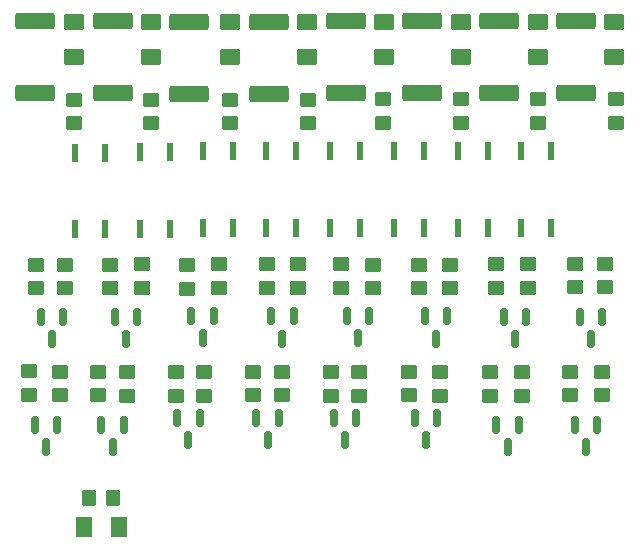
<source format=gbr>
%TF.GenerationSoftware,KiCad,Pcbnew,6.0.11+dfsg-1~bpo11+1*%
%TF.CreationDate,2023-07-05T16:17:00+02:00*%
%TF.ProjectId,din8rib21,64696e38-7269-4623-9231-2e6b69636164,1.1*%
%TF.SameCoordinates,Original*%
%TF.FileFunction,Paste,Top*%
%TF.FilePolarity,Positive*%
%FSLAX46Y46*%
G04 Gerber Fmt 4.6, Leading zero omitted, Abs format (unit mm)*
G04 Created by KiCad (PCBNEW 6.0.11+dfsg-1~bpo11+1) date 2023-07-05 16:17:00*
%MOMM*%
%LPD*%
G01*
G04 APERTURE LIST*
G04 Aperture macros list*
%AMRoundRect*
0 Rectangle with rounded corners*
0 $1 Rounding radius*
0 $2 $3 $4 $5 $6 $7 $8 $9 X,Y pos of 4 corners*
0 Add a 4 corners polygon primitive as box body*
4,1,4,$2,$3,$4,$5,$6,$7,$8,$9,$2,$3,0*
0 Add four circle primitives for the rounded corners*
1,1,$1+$1,$2,$3*
1,1,$1+$1,$4,$5*
1,1,$1+$1,$6,$7*
1,1,$1+$1,$8,$9*
0 Add four rect primitives between the rounded corners*
20,1,$1+$1,$2,$3,$4,$5,0*
20,1,$1+$1,$4,$5,$6,$7,0*
20,1,$1+$1,$6,$7,$8,$9,0*
20,1,$1+$1,$8,$9,$2,$3,0*%
G04 Aperture macros list end*
%ADD10RoundRect,0.150000X-0.150000X0.587500X-0.150000X-0.587500X0.150000X-0.587500X0.150000X0.587500X0*%
%ADD11RoundRect,0.250000X0.450000X-0.350000X0.450000X0.350000X-0.450000X0.350000X-0.450000X-0.350000X0*%
%ADD12RoundRect,0.250000X0.350000X0.450000X-0.350000X0.450000X-0.350000X-0.450000X0.350000X-0.450000X0*%
%ADD13RoundRect,0.250000X-0.450000X0.350000X-0.450000X-0.350000X0.450000X-0.350000X0.450000X0.350000X0*%
%ADD14RoundRect,0.249999X-1.425001X0.450001X-1.425001X-0.450001X1.425001X-0.450001X1.425001X0.450001X0*%
%ADD15RoundRect,0.137500X-0.137500X0.662500X-0.137500X-0.662500X0.137500X-0.662500X0.137500X0.662500X0*%
%ADD16RoundRect,0.250001X0.624999X-0.462499X0.624999X0.462499X-0.624999X0.462499X-0.624999X-0.462499X0*%
%ADD17RoundRect,0.250001X-0.462499X-0.624999X0.462499X-0.624999X0.462499X0.624999X-0.462499X0.624999X0*%
G04 APERTURE END LIST*
D10*
%TO.C,Q16*%
X129310000Y-108420000D03*
X127410000Y-108420000D03*
X128360000Y-110295000D03*
%TD*%
D11*
%TO.C,R25*%
X147100000Y-96820000D03*
X147100000Y-94820000D03*
%TD*%
D10*
%TO.C,Q6*%
X168420000Y-108392500D03*
X166520000Y-108392500D03*
X167470000Y-110267500D03*
%TD*%
D12*
%TO.C,R41*%
X134020000Y-114590000D03*
X132020000Y-114590000D03*
%TD*%
D13*
%TO.C,R11*%
X162610000Y-94830000D03*
X162610000Y-96830000D03*
%TD*%
%TO.C,R31*%
X136510000Y-94820000D03*
X136510000Y-96820000D03*
%TD*%
D10*
%TO.C,Q1*%
X175450000Y-99292500D03*
X173550000Y-99292500D03*
X174500000Y-101167500D03*
%TD*%
D14*
%TO.C,R2*%
X166750000Y-74200000D03*
X166750000Y-80300000D03*
%TD*%
D15*
%TO.C,U5*%
X149570000Y-85250000D03*
X147030000Y-85250000D03*
X147030000Y-91750000D03*
X149570000Y-91750000D03*
%TD*%
D13*
%TO.C,R19*%
X163530000Y-80840000D03*
X163530000Y-82840000D03*
%TD*%
D10*
%TO.C,Q12*%
X129860000Y-99272500D03*
X127960000Y-99272500D03*
X128910000Y-101147500D03*
%TD*%
%TO.C,Q9*%
X149340000Y-99222500D03*
X147440000Y-99222500D03*
X148390000Y-101097500D03*
%TD*%
%TO.C,Q4*%
X155730000Y-99202500D03*
X153830000Y-99202500D03*
X154780000Y-101077500D03*
%TD*%
%TO.C,Q7*%
X161520000Y-107815000D03*
X159620000Y-107815000D03*
X160570000Y-109690000D03*
%TD*%
D15*
%TO.C,U7*%
X138840000Y-85300000D03*
X136300000Y-85300000D03*
X136300000Y-91800000D03*
X138840000Y-91800000D03*
%TD*%
D13*
%TO.C,R9*%
X175740000Y-94740000D03*
X175740000Y-96740000D03*
%TD*%
D16*
%TO.C,D5*%
X150500000Y-77237500D03*
X150500000Y-74262500D03*
%TD*%
D13*
%TO.C,R39*%
X137250000Y-80870000D03*
X137250000Y-82870000D03*
%TD*%
%TO.C,R44*%
X161710000Y-103920000D03*
X161710000Y-105920000D03*
%TD*%
%TO.C,R36*%
X126920000Y-103870000D03*
X126920000Y-105870000D03*
%TD*%
%TO.C,R20*%
X156950000Y-80840000D03*
X156950000Y-82840000D03*
%TD*%
%TO.C,R42*%
X175450000Y-103890000D03*
X175450000Y-105890000D03*
%TD*%
D14*
%TO.C,R22*%
X140500000Y-74250000D03*
X140500000Y-80350000D03*
%TD*%
D10*
%TO.C,Q8*%
X154660000Y-107835000D03*
X152760000Y-107835000D03*
X153710000Y-109710000D03*
%TD*%
%TO.C,Q10*%
X142580000Y-99212500D03*
X140680000Y-99212500D03*
X141630000Y-101087500D03*
%TD*%
%TO.C,Q14*%
X141380000Y-107842500D03*
X139480000Y-107842500D03*
X140430000Y-109717500D03*
%TD*%
D14*
%TO.C,R4*%
X153750000Y-74200000D03*
X153750000Y-80300000D03*
%TD*%
D15*
%TO.C,U1*%
X171170000Y-85250000D03*
X168630000Y-85250000D03*
X168630000Y-91750000D03*
X171170000Y-91750000D03*
%TD*%
D14*
%TO.C,R21*%
X147250000Y-74250000D03*
X147250000Y-80350000D03*
%TD*%
D13*
%TO.C,R29*%
X149730000Y-94810000D03*
X149730000Y-96810000D03*
%TD*%
D16*
%TO.C,D6*%
X144000000Y-77225000D03*
X144000000Y-74250000D03*
%TD*%
D15*
%TO.C,U4*%
X155000000Y-85250000D03*
X152460000Y-85250000D03*
X152460000Y-91750000D03*
X155000000Y-91750000D03*
%TD*%
%TO.C,U6*%
X144190000Y-85250000D03*
X141650000Y-85250000D03*
X141650000Y-91750000D03*
X144190000Y-91750000D03*
%TD*%
D10*
%TO.C,Q5*%
X175030000Y-108412500D03*
X173130000Y-108412500D03*
X174080000Y-110287500D03*
%TD*%
%TO.C,Q11*%
X136090000Y-99232500D03*
X134190000Y-99232500D03*
X135140000Y-101107500D03*
%TD*%
D13*
%TO.C,R43*%
X168640000Y-103940000D03*
X168640000Y-105940000D03*
%TD*%
D16*
%TO.C,D8*%
X130750000Y-77225000D03*
X130750000Y-74250000D03*
%TD*%
D13*
%TO.C,R49*%
X129580000Y-103900000D03*
X129580000Y-105900000D03*
%TD*%
%TO.C,R15*%
X159130000Y-103900000D03*
X159130000Y-105900000D03*
%TD*%
%TO.C,R13*%
X172740000Y-103910000D03*
X172740000Y-105910000D03*
%TD*%
%TO.C,R32*%
X130030000Y-94840000D03*
X130030000Y-96840000D03*
%TD*%
D11*
%TO.C,R26*%
X140310000Y-96860000D03*
X140310000Y-94860000D03*
%TD*%
D10*
%TO.C,Q13*%
X148100000Y-107810000D03*
X146200000Y-107810000D03*
X147150000Y-109685000D03*
%TD*%
D13*
%TO.C,R40*%
X130790000Y-80870000D03*
X130790000Y-82870000D03*
%TD*%
D16*
%TO.C,D4*%
X157000000Y-77225000D03*
X157000000Y-74250000D03*
%TD*%
D13*
%TO.C,R17*%
X176670000Y-80830000D03*
X176670000Y-82830000D03*
%TD*%
D16*
%TO.C,D1*%
X176500000Y-77225000D03*
X176500000Y-74250000D03*
%TD*%
D11*
%TO.C,R28*%
X127550000Y-96850000D03*
X127550000Y-94850000D03*
%TD*%
D10*
%TO.C,Q15*%
X134970000Y-108382500D03*
X133070000Y-108382500D03*
X134020000Y-110257500D03*
%TD*%
D13*
%TO.C,R10*%
X169190000Y-94800000D03*
X169190000Y-96800000D03*
%TD*%
%TO.C,R46*%
X148340000Y-103890000D03*
X148340000Y-105890000D03*
%TD*%
D14*
%TO.C,R24*%
X127450000Y-74210000D03*
X127450000Y-80310000D03*
%TD*%
D13*
%TO.C,R12*%
X156030000Y-94840000D03*
X156030000Y-96840000D03*
%TD*%
D15*
%TO.C,U8*%
X133390000Y-85350000D03*
X130850000Y-85350000D03*
X130850000Y-91850000D03*
X133390000Y-91850000D03*
%TD*%
D17*
%TO.C,D9*%
X131585000Y-117010000D03*
X134560000Y-117010000D03*
%TD*%
D16*
%TO.C,D3*%
X163500000Y-77237500D03*
X163500000Y-74262500D03*
%TD*%
D13*
%TO.C,R47*%
X141750000Y-103950000D03*
X141750000Y-105950000D03*
%TD*%
%TO.C,R45*%
X154870000Y-103940000D03*
X154870000Y-105940000D03*
%TD*%
D16*
%TO.C,D2*%
X170000000Y-77225000D03*
X170000000Y-74250000D03*
%TD*%
D13*
%TO.C,R38*%
X143940000Y-80880000D03*
X143940000Y-82880000D03*
%TD*%
D14*
%TO.C,R23*%
X134010000Y-74240000D03*
X134010000Y-80340000D03*
%TD*%
D11*
%TO.C,R5*%
X173130000Y-96760000D03*
X173130000Y-94760000D03*
%TD*%
D13*
%TO.C,R33*%
X145900000Y-103900000D03*
X145900000Y-105900000D03*
%TD*%
D11*
%TO.C,R27*%
X133790000Y-96850000D03*
X133790000Y-94850000D03*
%TD*%
D13*
%TO.C,R16*%
X152530000Y-103920000D03*
X152530000Y-105920000D03*
%TD*%
D16*
%TO.C,D7*%
X137250000Y-77225000D03*
X137250000Y-74250000D03*
%TD*%
D14*
%TO.C,R1*%
X173250000Y-74200000D03*
X173250000Y-80300000D03*
%TD*%
D13*
%TO.C,R30*%
X143030000Y-94820000D03*
X143030000Y-96820000D03*
%TD*%
%TO.C,R37*%
X150550000Y-80870000D03*
X150550000Y-82870000D03*
%TD*%
D14*
%TO.C,R3*%
X160250000Y-74200000D03*
X160250000Y-80300000D03*
%TD*%
D11*
%TO.C,R7*%
X159980000Y-96830000D03*
X159980000Y-94830000D03*
%TD*%
D13*
%TO.C,R48*%
X135210000Y-103930000D03*
X135210000Y-105930000D03*
%TD*%
D10*
%TO.C,Q2*%
X169020000Y-99232500D03*
X167120000Y-99232500D03*
X168070000Y-101107500D03*
%TD*%
D11*
%TO.C,R6*%
X166470000Y-96810000D03*
X166470000Y-94810000D03*
%TD*%
D13*
%TO.C,R35*%
X132820000Y-103890000D03*
X132820000Y-105890000D03*
%TD*%
%TO.C,R14*%
X165950000Y-103930000D03*
X165950000Y-105930000D03*
%TD*%
D11*
%TO.C,R8*%
X153390000Y-96820000D03*
X153390000Y-94820000D03*
%TD*%
D15*
%TO.C,U2*%
X165770000Y-85250000D03*
X163230000Y-85250000D03*
X163230000Y-91750000D03*
X165770000Y-91750000D03*
%TD*%
D10*
%TO.C,Q3*%
X162360000Y-99222500D03*
X160460000Y-99222500D03*
X161410000Y-101097500D03*
%TD*%
D13*
%TO.C,R18*%
X170010000Y-80850000D03*
X170010000Y-82850000D03*
%TD*%
%TO.C,R34*%
X139360000Y-103950000D03*
X139360000Y-105950000D03*
%TD*%
D15*
%TO.C,U3*%
X160380000Y-85250000D03*
X157840000Y-85250000D03*
X157840000Y-91750000D03*
X160380000Y-91750000D03*
%TD*%
M02*

</source>
